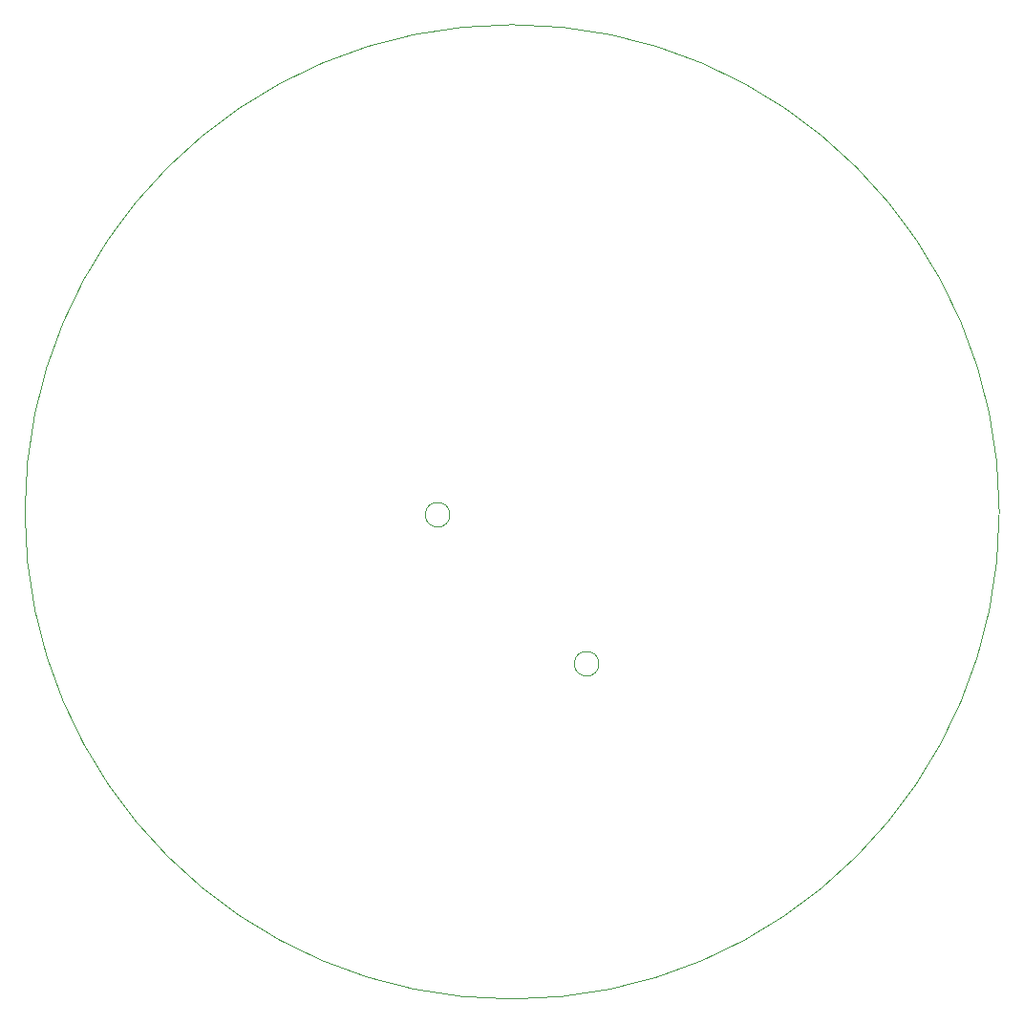
<source format=gbr>
%TF.GenerationSoftware,KiCad,Pcbnew,7.0.7*%
%TF.CreationDate,2023-08-31T16:12:04-04:00*%
%TF.ProjectId,protopico,70726f74-6f70-4696-936f-2e6b69636164,rev?*%
%TF.SameCoordinates,Original*%
%TF.FileFunction,Profile,NP*%
%FSLAX46Y46*%
G04 Gerber Fmt 4.6, Leading zero omitted, Abs format (unit mm)*
G04 Created by KiCad (PCBNEW 7.0.7) date 2023-08-31 16:12:04*
%MOMM*%
%LPD*%
G01*
G04 APERTURE LIST*
%TA.AperFunction,Profile*%
%ADD10C,0.101600*%
%TD*%
%TA.AperFunction,Profile*%
%ADD11C,0.050000*%
%TD*%
G04 APERTURE END LIST*
D10*
X193040000Y-99822000D02*
G75*
G03*
X193040000Y-99822000I-43180000J0D01*
G01*
D11*
%TO.C,VR2*%
X157556200Y-113284000D02*
G75*
G03*
X157556200Y-113284000I-1092200J0D01*
G01*
X144348200Y-100076000D02*
G75*
G03*
X144348200Y-100076000I-1092200J0D01*
G01*
%TD*%
M02*

</source>
